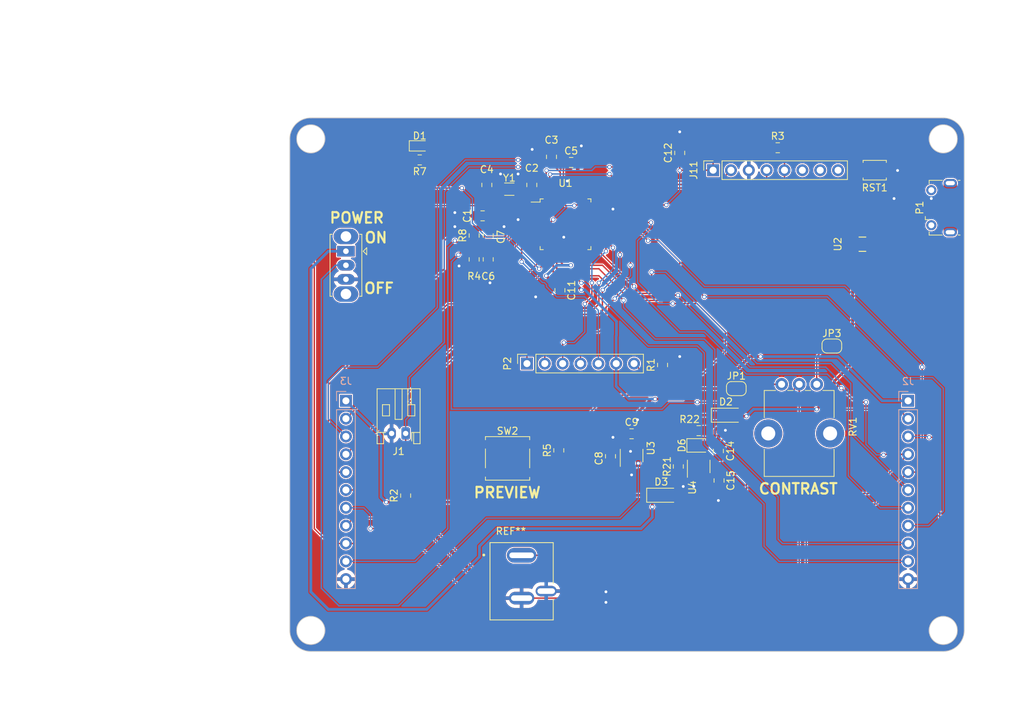
<source format=kicad_pcb>
(kicad_pcb (version 20240108) (generator "pcbnew") (generator_version "8.0")
  (title_block (title "Sensory Adaptation Robot") (date "2016-03-10") (rev "0.1a") (company "Idle Hands Dev.") (comment 1 "Sean Hodgins"))
  (layers (0 "F.Cu" signal) (31 "B.Cu" signal) (34 "B.Paste" user) (35 "F.Paste" user) (36 "B.SilkS" user "B.Silkscreen") (37 "F.SilkS" user "F.Silkscreen") (38 "B.Mask" user) (39 "F.Mask" user) (44 "Edge.Cuts" user))
  (net 0 "")
  (net 1 "GND")
  (net 2 "Net-(U1-XIN32{slash}PA00)")
  (net 3 "Net-(U1-XOUT32{slash}PA01)")
  (net 4 "VCOM")
  (net 5 "Net-(U1-VDDCORE)")
  (net 6 "Net-(D1-A)")
  (net 7 "+3V3")
  (net 8 "Net-(D6-K)")
  (net 9 "USB_D-")
  (net 10 "USB_ID")
  (net 11 "USB_D+")
  (net 12 "SWDIO")
  (net 13 "SWCLK")
  (net 14 "RESET")
  (net 15 "LED1")
  (net 16 "Net-(P1-VBUS)")
  (net 17 "USB_HOST_EN")
  (net 19 "TXD")
  (net 20 "RXD")
  (net 21 "VBATT")
  (net 22 "Net-(JP1-B)")
  (net 23 "A0ROW")
  (net 24 "A1ROW")
  (net 25 "A2ROW")
  (net 26 "A3ROW")
  (net 27 "A4ROW")
  (net 28 "CS")
  (net 29 "WR")
  (net 30 "EN")
  (net 31 "OUTROW")
  (net 32 "OUTCOL")
  (net 33 "A4COL")
  (net 34 "A3COL")
  (net 35 "A2COL")
  (net 36 "A1COL")
  (net 37 "A0COL")
  (net 38 "st")
  (net 39 "Net-(JP3-A)")
  (net 40 "Net-(P2-Pin_7)")
  (net 41 "DATA")
  (net 42 "DC")
  (net 43 "RES")
  (net 44 "CLK")
  (net 45 "Net-(U4-PROG)")
  (net 51 "CS_oled")
  (net 52 "ON")
  (net 53 "PEN")
  (net 54 "BUTTON1")
  (net 55 "BUTTON2")
  (footprint "Capacitor_SMD:C_0805_2012Metric" (layer "F.Cu") (at 103 165.375 90)
    (property "Reference" "C8")
    (property "Value" "1uF")
  )
  (footprint "Capacitor_SMD:C_0805_2012Metric" (layer "F.Cu") (at 106 162.175)
    (property "Reference" "C9")
    (property "Value" "2.2uF")
  )
  (footprint "Capacitor_SMD:C_0805_2012Metric" (layer "F.Cu") (at 118.35 164.625 90)
    (property "Reference" "C14")
    (property "Value" "4.7uF")
  )
  (footprint "Capacitor_SMD:C_0805_2012Metric" (layer "F.Cu") (at 118.45 168.825 -90)
    (property "Reference" "C15")
    (property "Value" "4.7uF")
  )
  (footprint "LED_SMD:LED_0805_2012Metric" (layer "F.Cu") (at 115.55 163.825)
    (property "Reference" "D6")
    (property "Value" "CHRG")
  )
  (footprint "Resistor_SMD:R_0805_2012Metric" (layer "F.Cu") (at 112.65 166.825 90)
    (property "Reference" "R21")
    (property "Value" "6.8k")
  )
  (footprint "Resistor_SMD:R_0805_2012Metric" (layer "F.Cu") (at 115.55 161.725 180)
    (property "Reference" "R22")
    (property "Value" "1K")
  )
  (footprint "Package_TO_SOT_SMD:SOT-23-5" (layer "F.Cu") (at 106 165.275 90)
    (property "Reference" "U3")
    (property "Value" "SPX3819-3.3V")
  )
  (footprint "Package_TO_SOT_SMD:SOT-23-5" (layer "F.Cu") (at 115.55 166.825 90)
    (property "Reference" "U4")
    (property "Value" "MCP73812T")
  )
  (footprint "LED_SMD:LED_0603_1608Metric" (layer "F.Cu") (at 75.85 121.175)
    (property "Reference" "D1")
    (property "Value" "LED_Small")
  )
  (footprint "Connector_JST:JST_PH_S2B-PH-K_1x02_P2.00mm_Horizontal" (layer "F.Cu") (at 73.85 162.125 180)
    (property "Reference" "J1")
    (property "Value" "Conn_01x02")
  )
  (footprint "Resistor_SMD:R_0805_2012Metric" (layer "F.Cu") (at 73.85 170.975 90)
    (property "Reference" "R2")
    (property "Value" "4.7K")
  )
  (footprint "Resistor_SMD:R_0805_2012Metric" (layer "F.Cu") (at 83.6 137.3375 -90)
    (property "Reference" "R4")
    (property "Value" "4.7K")
  )
  (footprint "Resistor_SMD:R_0805_2012Metric" (layer "F.Cu") (at 83.6 133.9375 90)
    (property "Reference" "R8")
    (property "Value" "4.7K")
  )
  (footprint "Package_QFP:LQFP-48_7x7mm_P0.5mm" (layer "F.Cu") (at 96.6 132.3375)
    (property "Reference" "U1")
    (property "Value" "SAMD21G18A_ArduinoSimple")
  )
  (footprint "Capacitor_SMD:C_0805_2012Metric" (layer "F.Cu") (at 84.8 131.1375 180)
    (property "Reference" "C1")
    (property "Value" "0.1uF")
  )
  (footprint "Capacitor_SMD:C_0805_2012Metric" (layer "F.Cu") (at 91.8 126.7375 90)
    (property "Reference" "C2")
    (property "Value" "22pF")
  )
  (footprint "Capacitor_SMD:C_0805_2012Metric" (layer "F.Cu") (at 94.6 122.7375 90)
    (property "Reference" "C3")
    (property "Value" "0.1uF")
  )
  (footprint "Capacitor_SMD:C_0805_2012Metric" (layer "F.Cu") (at 85.4 126.7375 90)
    (property "Reference" "C4")
    (property "Value" "22pF")
  )
  (footprint "Capacitor_SMD:C_0805_2012Metric" (layer "F.Cu") (at 97.4 123.5375)
    (property "Reference" "C5")
    (property "Value" "0.1uF")
  )
  (footprint "Capacitor_SMD:C_0805_2012Metric" (layer "F.Cu") (at 95.8 141.7375 -90)
    (property "Reference" "C11")
    (property "Value" "0.1uF")
  )
  (footprint "Capacitor_SMD:C_0805_2012Metric" (layer "F.Cu") (at 112.85 122.175 90)
    (property "Reference" "C12")
    (property "Value" "0.1uF")
  )
  (footprint "Diode_SMD:D_SOD-123F" (layer "F.Cu") (at 119.55 159.525)
    (property "Reference" "D2")
    (property "Value" "MBR230L")
  )
  (footprint "Connector_USB:USB_Micro-B_Molex-105017-0001" (layer "F.Cu") (at 150.1125 129.975 90)
    (property "Reference" "P1")
    (property "Value" "USB_OTG")
  )
  (footprint "Resistor_SMD:R_0805_2012Metric" (layer "F.Cu") (at 126.8 121.4375)
    (property "Reference" "R3")
    (property "Value" "10k")
  )
  (footprint "Resistor_SMD:R_0805_2012Metric" (layer "F.Cu") (at 75.85 123.175 180)
    (property "Reference" "R7")
    (property "Value" "1k")
  )
  (footprint "Button_Switch_SMD:SW_SPST_B3U-1000P" (layer "F.Cu") (at 140.6 124.6375 180)
    (property "Reference" "RST1")
    (property "Value" "SW_PUSH")
  )
  (footprint "Crystal:Crystal_SMD_3215-2Pin_3.2x1.5mm" (layer "F.Cu") (at 88.6 127.3375 180)
    (property "Reference" "Y1")
    (property "Value" "Crystal_Small")
  )
  (footprint "Connector_PinSocket_2.54mm:PinSocket_1x08_P2.54mm_Vertical" (layer "F.Cu") (at 117.6 124.6375 90)
    (property "Reference" "J11")
    (property "Value" "Conn_01x08")
  )
  (footprint "Capacitor_SMD:C_0805_2012Metric" (layer "F.Cu") (at 85.6 137.3375 -90)
    (property "Reference" "C6")
    (property "Value" "1uF")
  )
  (footprint "Capacitor_SMD:C_0805_2012Metric" (layer "F.Cu") (at 85.6 133.9375 90)
    (property "Reference" "C7")
    (property "Value" "1uF")
  )
  (footprint "Connector_PinSocket_2.54mm:PinSocket_1x07_P2.54mm_Vertical" (layer "F.Cu") (at 91.11 152.175 90)
    (property "Reference" "P2")
    (property "Value" "CONN_01X07")
  )
  (footprint "Jumper:SolderJumper-2_P1.3mm_Open_RoundedPad1.0x1.5mm" (layer "F.Cu") (at 120.9036 155.739)
    (property "Reference" "JP1")
    (property "Value" "jmp2")
  )
  (footprint "Jumper:SolderJumper-2_P1.3mm_Open_RoundedPad1.0x1.5mm" (layer "F.Cu") (at 134.5 149.675)
    (property "Reference" "JP3")
    (property "Value" "jmp3")
  )
  (footprint "Resistor_SMD:R_0805_2012Metric" (layer "F.Cu") (at 110.41 152.375 90)
    (property "Reference" "R1")
    (property "Value" "100k")
  )
  (footprint "Diode_SMD:D_SOD-123F" (layer "F.Cu") (at 110.35 170.925)
    (property "Reference" "D3")
    (property "Value" "MBR230L")
  )
  (footprint "Potentiometer_THT:Potentiometer_Bourns_PTV09A-1_Single_Vertical" (layer "F.Cu") (at 127.35 155.125 -90)
    (property "Reference" "RV1")
    (property "Value" "R_POT")
  )
  (footprint "Button_Switch_THT:SW_Slide_1P2T_CK_OS102011MS2Q" (layer "F.Cu") (at 65.35 136.175 -90)
    (property "Reference" "SW1" (hide yes))
    (property "Value" "SW_Push_SPDT")
  )
  (footprint "Resistor_SMD:R_0805_2012Metric" (layer "F.Cu") (at 95.6398 164.532 90)
    (property "Reference" "R5")
    (property "Value" "10K")
  )
  (footprint "Button_Switch_SMD:SW_SPST_EVPBF" (layer "F.Cu") (at 88.35 165.675)
    (property "Reference" "SW2")
    (property "Value" "SW_Push")
  )
  (footprint "C1F8 footprints:C1_BEL" (layer "F.Cu") (at 138.85 135.175 180)
    (property "Reference" "U2")
    (property "Value" "C1F 8")
  )
  (footprint "Battery footprints:CUI_PJ-055D" (layer "F.Cu") (at 90.35 182.175)
    (property "Reference" "REF**")
    (property "Value" "CUI_PJ-055D")
  )
  (footprint "Connector_PinSocket_2.54mm:PinSocket_1x11_P2.54mm_Vertical" (layer "B.Cu") (at 145.35 157.475 180)
    (property "Reference" "J2")
    (property "Value" "ROW")
  )
  (footprint "Connector_PinSocket_2.54mm:PinSocket_1x11_P2.54mm_Vertical" (layer "B.Cu") (at 65.35 157.475 180)
    (property "Reference" "J3")
    (property "Value" "COL")
  )
  (gr_line (start 60.35 193.175) (end 150.35 193.175) (stroke (width 0.1)) (layer "Edge.Cuts"))
  (gr_arc (start 150.35 117.175) (mid 152.47132 118.05368) (end 153.35 120.175) (stroke (width 0.1)) (layer "Edge.Cuts"))
  (gr_circle (center 60.35 190.175) (end 62.35 190.175) (stroke (width 0.1)) (fill none) (layer "Edge.Cuts"))
  (gr_line (start 57.35 190.175) (end 57.35 120.175) (stroke (width 0.1)) (layer "Edge.Cuts"))
  (gr_line (start 150.35 117.175) (end 60.35 117.175) (stroke (width 0.1)) (layer "Edge.Cuts"))
  (gr_line (start 153.35 190.175) (end 153.35 120.175) (stroke (width 0.1)) (layer "Edge.Cuts"))
  (gr_arc (start 153.35 190.175) (mid 152.47132 192.29632) (end 150.35 193.175) (stroke (width 0.1)) (layer "Edge.Cuts"))
  (gr_circle (center 150.35 120.175) (end 152.35 120.175) (stroke (width 0.1)) (fill none) (layer "Edge.Cuts"))
  (gr_arc (start 57.35 120.175) (mid 58.22868 118.05368) (end 60.35 117.175) (stroke (width 0.1)) (layer "Edge.Cuts"))
  (gr_circle (center 150.35 190.175) (end 152.35 190.175) (stroke (width 0.1)) (fill none) (layer "Edge.Cuts"))
  (gr_arc (start 60.35 193.175) (mid 58.22868 192.29632) (end 57.35 190.175) (stroke (width 0.1)) (layer "Edge.Cuts"))
  (gr_circle (center 60.35 120.175) (end 62.35 120.175) (stroke (width 0.1)) (fill none) (layer "Edge.Cuts"))
  (gr_text "OFF\n" (at 70.049 141.4582 0) (layer "F.SilkS") (effects (font (size 1.5 1.5) (thickness 0.3))))
  (gr_text "PREVIEW" (at 88.2992 170.5518 0) (layer "F.SilkS") (effects (font (size 1.5 1.5) (thickness 0.3))))
  (gr_text "ON" (at 69.6172 134.2446 0) (layer "F.SilkS") (effects (font (size 1.5 1.5) (thickness 0.3))))
  (gr_text "POWER" (at 66.8994 131.4252 0) (layer "F.SilkS") (effects (font (size 1.5 1.5) (thickness 0.3))))
  (gr_text "CONTRAST" (at 129.7174 170.0138 0) (layer "F.SilkS") (effects (font (size 1.5 1.5) (thickness 0.3))))
  (segment (start 91.975 121.8) (end 91.85 121.675) (width 0.2) (layer "F.Cu") (net 1))
  (segment (start 113.35 169.675) (end 113.35 168.4625) (width 0.2) (layer "F.Cu") (net 1))
  (segment (start 118.35 163.6875) (end 119.35 162.6875) (width 0.2) (layer "F.Cu") (net 1))
  (segment (start 86.725 125.8) (end 87.35 125.175) (width 0.2) (layer "F.Cu") (net 1))
  (segment (start 98.3375 121.6875) (end 98.85 121.175) (width 0.2) (layer "F.Cu") (net 1))
  (segment (start 83.8625 131.1375) (end 81.3125 131.1375) (width 0.2) (layer "F.Cu") (net 1))
  (segment (start 85.6 133) (end 87.525 133) (width 0.2) (layer "F.Cu") (net 1))
  (segment (start 81.175 133) (end 80.85 132.675) (width 0.2) (layer "F.Cu") (net 1))
  (segment (start 105.85 164.675) (end 106 164.825) (width 0.2) (layer "F.Cu") (net 1))
  (segment (start 98.3375 123.5375) (end 98.3375 121.6875) (width 0.2) (layer "F.Cu") (net 1))
  (segment (start 101.75 185.575) (end 102.35 186.175) (width 0.2) (layer "F.Cu") (net 1))
  (segment (start 91.8 125.8) (end 90.475 125.8) (width 0.2) (layer "F.Cu") (net 1))
  (segment (start 85.4 125.8) (end 86.725 125.8) (width 0.2) (layer "F.Cu") (net 1))
  (segment (start 118.35 169.8625) (end 118.45 169.7625) (width 0.2) (layer "F.Cu") (net 1))
  (segment (start 92.4375 131.5875) (end 89.9375 131.5875) (width 0.2) (layer "F.Cu") (net 1))
  (segment (start 119.35 162.6875) (end 119.35 161.675) (width 0.2) (layer "F.Cu") (net 1))
  (segment (start 148.65 128.675) (end 143.35 128.675) (width 0.2) (layer "F.Cu") (net 1))
  (segment (start 81.45 138.275) (end 83.6 138.275) (width 0.2) (layer "F.Cu") (net 1))
  (segment (start 89.9375 131.5875) (end 89.85 131.675) (width 0.2) (layer "F.Cu") (net 1))
  (segment (start 85.6 140.425) (end 85.85 140.675) (width 0.2) (layer "F.Cu") (net 1))
  (segment (start 118.35 171.675) (end 118.35 169.8625) (width 0.2) (layer "F.Cu") (net 1))
  (segment (start 85.6 138.275) (end 85.6 140.425) (width 0.2) (layer "F.Cu") (net 1))
  (segment (start 106 168.025) (end 106 166.375) (width 0.2) (layer "F.Cu") (net 1))
  (segment (start 112.85 121.2375) (end 112.85 119.175) (width 0.2) (layer "F.Cu") (net 1))
  (segment (start 94.6 121.8) (end 91.975 121.8) (width 0.2) (layer "F.Cu") (net 1))
  (segment (start 102.25 184.575) (end 102.35 184.675) (width 0.2) (layer "F.Cu") (net 1))
  (segment (start 106 164.825) (end 106 166.375) (width 0.2) (layer "F.Cu") (net 1))
  (segment (start 115.55 168.975) (end 115.55 167.925) (width 0.2) (layer "F.Cu") (net 1))
  (segment (start 113.35 168.4625) (end 112.65 167.7625) (width 0.2) (layer "F.Cu") (net 1))
  (segment (start 87.525 133) (end 87.85 132.675) (width 0.2) (layer "F.Cu") (net 1))
  (segment (start 106.9375 160.2625) (end 106.85 160.175) (width 0.2) (layer "F.Cu") (net 1))
  (segment (start 96.85 128.175) (end 96.85 126.175) (width 0.2) (layer "F.Cu") (net 1))
  (segment (start 83.6 133) (end 81.175 133) (width 0.2) (layer "F.Cu") (net 1))
  (segment (start 103 163.025) (end 103 164.4375) (width 0.2) (layer "F.Cu") (net 1))
  (segment (start 81.3125 131.1375) (end 80.85 130.675) (width 0.2) (layer "F.Cu") (net 1))
  (segment (start 103.2625 130.0875) (end 103.35 130.175) (width 0.2) (layer "F.Cu") (net 1))
  (segment (start 90.475 125.8) (end 89.85 125.175) (width 0.2) (layer "F.Cu") (net 1))
  (segment (start 90.4775 185.575) (end 101.75 185.575) (width 0.2) (layer "F.Cu") (net 1))
  (segment (start 100.7625 130.0875) (end 103.2625 130.0875) (width 0.2) (layer "F.Cu") (net 1))
  (segment (start 96.35 136.5) (end 96.35 134.175) (width 0.2) (layer "F.Cu") (net 1))
  (segment (start 95.8 142.675) (end 92.35 142.675) (width 0.2) (layer "F.Cu") (net 1))
  (segment (start 106.9375 162.175) (end 106.9375 160.2625) (width 0.2) (layer "F.Cu") (net 1))
  (segment (start 93.9775 184.575) (end 102.25 184.575) (width 0.2) (layer "F.Cu") (net 1))
  (segment (start 114.85 169.675) (end 115.55 168.975) (width 0.2) (layer "F.Cu") (net 1))
  (segment (start 103.35 162.675) (end 103 163.025) (width 0.2) (layer "F.Cu") (net 1))
  (via (at 148.65 128.675) (size 0.6) (drill 0.4) (layers "F.Cu" "B.Cu") (net 1))
  (via (at 143.35 128.675) (size 0.6) (drill 0.4) (layers "F.Cu" "B.Cu") (net 1))
  (via (at 80.85 132.675) (size 0.6) (drill 0.4) (layers "F.Cu" "B.Cu") (net 1))
  (via (at 96.85 126.175) (size 0.6) (drill 0.4) (layers "F.Cu" "B.Cu") (net 1))
  (via (at 106.85 160.175) (size 0.6) (drill 0.4) (layers "F.Cu" "B.Cu") (net 1))
  (via (at 113.35 169.675) (size 0.6) (drill 0.4) (layers "F.Cu" "B.Cu") (net 1))
  (via (at 143.85 124.675) (size 0.6) (drill 0.4) (layers "F.Cu" "B.Cu") (net 1))
  (via (at 81.45 138.275) (size 0.6) (drill 0.4) (layers "F.Cu" "B.Cu") (net 1))
  (via (at 92.35 142.675) (size 0.6) (drill 0.4) (layers "F.Cu" "B.Cu") (net 1))
  (via (at 85.85 140.675) (size 0.6) (drill 0.4) (layers "F.Cu" "B.Cu") (net 1))
  (via (at 118.35 171.675) (size 0.6) (drill 0.4) (layers "F.Cu" "B.Cu") (net 1))
  (via (at 119.35 161.675) (size 0.6) (drill 0.4) (layers "F.Cu" "B.Cu") (net 1))
  (via (at 112.85 151.175) (size 0.6) (drill 0.4) (layers "F.Cu" "B.Cu") (net 1))
  (via (at 106 168.025) (size 0.6) (drill 0.4) (layers "F.Cu" "B.Cu") (net 1))
  (via (at 103.35 130.175) (size 0.6) (drill 0.4) (layers "F.Cu" "B.Cu") (net 1))
  (via (at 87.85 132.675) (size 0.6) (drill 0.4) (layers "F.Cu" "B.Cu") (net 1))
  (via (at 112.85 119.175) (size 0.6) (drill 0.4) (layers "F.Cu" "B.Cu") (net 1))
  (via (at 105.85 164.675) (size 0.6) (drill 0.4) (layers "F.Cu" "B.Cu") (net 1))
  (via (at 80.85 130.675) (size 0.6) (drill 0.4) (layers "F.Cu" "B.Cu") (net 1))
  (via (at 102.35 184.675) (size 0.6) (drill 0.4) (layers "F.Cu" "B.Cu") (net 1))
  (via (at 91.85 121.675) (size 0.6) (drill 0.4) (layers "F.Cu" "B.Cu") (net 1))
  (via (at 102.35 186.175) (size 0.6) (drill 0.4) (layers "F.Cu" "B.Cu") (net 1))
  (via (at 89.85 131.675) (size 0.6) (drill 0.4) (layers "F.Cu" "B.Cu") (net 1))
  (via (at 114.85 169.675) (size 0.6) (drill 0.4) (layers "F.Cu" "B.Cu") (net 1))
  (via (at 98.85 121.175) (size 0.6) (drill 0.4) (layers "F.Cu" "B.Cu") (net 1))
  (via (at 96.35 134.175) (size 0.6) (drill 0.4) (layers "F.Cu" "B.Cu") (net 1))
  (via (at 103.35 162.675) (size 0.6) (drill 0.4) (layers "F.Cu" "B.Cu") (net 1))
  (via (at 89.85 125.175) (size 0.6) (drill 0.4) (layers "F.Cu" "B.Cu") (net 1))
  (via (at 87.35 125.175) (size 0.6) (drill 0.4) (layers "F.Cu" "B.Cu") (net 1))
  (segment (start 92.4375 129.5875) (end 91.8 128.95) (width 0.2) (layer "F.Cu") (net 2))
  (segment (start 91.8 128.95) (end 91.8 127.675) (width 0.2) (layer "F.Cu") (net 2))
  (segment (start 91.0125 127.3375) (end 89.85 127.3375) (width 0.2) (layer "F.Cu") (net 2))
  (segment (start 91.35 127.675) (end 91.0125 127.3375) (width 0.2) (layer "F.Cu") (net 2))
  (segment (start 91.8 127.675) (end 91.35 127.675) (width 0.2) (layer "F.Cu") (net 2))
  (segment (start 86.85 127.675) (end 85.4 127.675) (width 0.2) (layer "F.Cu") (net 3))
  (segment (start 87.35 127.3375) (end 87.1875 127.3375) (width 0.2) (layer "F.Cu") (net 3))
  (segment (start 87.35 128.675) (end 87.35 127.3375) (width 0.2) (layer "F.Cu") (net 3))
  (segment (start 87.1875 127.3375) (end 86.85 127.675) (width 0.2) (layer "F.Cu") (net 3))
  (segment (start 88.7625 130.0875) (end 87.35 128.675) (width 0.2) (layer "F.Cu") (net 3))
  (segment (start 92.4375 130.0875) (end 88.7625 130.0875) (width 0.2) (layer "F.Cu") (net 3))
  (segment (start 137.45 135.175) (end 137.45 152.075) (width 0.4) (layer "F.Cu") (net 4))
  (segment (start 118.1875 165.725) (end 118.35 165.5625) (width 0.2) (layer "F.Cu") (net 4))
  (segment (start 116.4875 163.825) (end 116.4875 165.7125) (width 0.4) (layer "F.Cu") (net 4))
  (segment (start 117.85 162.4625) (end 116.4875 163.825) (width 0.4) (layer "F.Cu") (net 4))
  (segment (start 116.5 165.725) (end 118.1875 165.725) (width 0.4) (layer "F.Cu") (net 4))
  (segment (start 137.45 152.075) (end 134.85 154.675) (width 0.4) (layer "F.Cu") (net 4))
  (segment (start 120 159.525) (end 117.85 161.675) (width 0.4) (layer "F.Cu") (net 4))
  (segment (start 122.35 159.675) (end 121.1 159.675) (width 0.4) (layer "F.Cu") (net 4))
  (segment (start 121.1 159.675) (end 120.95 159.525) (width 0.2) (layer "F.Cu") (net 4))
  (segment (start 120.95 159.525) (end 120 159.525) (width 0.4) (layer "F.Cu") (net 4))
  (segment (start 134.85 157.675) (end 133.35 157.675) (width 0.4) (layer "F.Cu") (net 4))
  (segment (start 117.85 161.675) (end 117.85 162.4625) (width 0.4) (layer "F.Cu") (net 4))
  (segment (start 134.85 154.675) (end 134.85 157.675) (width 0.4) (layer "F.Cu") (net 4))
  (segment (start 133.35 157.675) (end 132.35 158.675) (width 0.4) (layer "F.Cu") (net 4))
  (segment (start 116.4875 165.7125) (end 116.5 165.725) (width 0.2) (layer "F.Cu") (net 4))
  (via (at 122.35 159.675) (size 0.6) (drill 0.4) (layers "F.Cu" "B.Cu") (net 4))
  (via (at 132.35 158.675) (size 0.6) (drill 0.4) (layers "F.Cu" "B.Cu") (net 4))
  (segment (start 123.35 158.675) (end 122.35 159.675) (width 0.4) (layer "B.Cu") (net 4))
  (segment (start 132.35 158.675) (end 123.35 158.675) (width 0.4) (layer "B.Cu") (net 4))
  (segment (start 96.3 123.7) (end 96.4625 123.5375) (width 0.2) (layer "F.Cu") (net 5))
  (segment (start 96.3 127.625) (end 96.3 123.7) (width 0.2) (layer "F.Cu") (net 5))
  (segment (start 96.35 128.175) (end 96.35 127.675) (width 0.2) (layer "F.Cu") (net 5))
  (segment (start 96.35 127.675) (end 96.3 127.625) (width 0.2) (layer "F.Cu") (net 5))
  (segment (start 76.6375 123.025) (end 76.7875 123.175) (width 0.2) (layer "F.Cu") (net 6))
  (segment (start 76.6375 121.175) (end 76.6375 123.025) (width 0.2) (layer "F.Cu") (net 6))
  (segment (start 96.612501 129.675) (end 95.85 128.912499) (width 0.2) (layer "F.Cu") (net 7))
  (segment (start 94.6 123.675) (end 95.85 124.925) (width 0.2) (layer "F.Cu") (net 7))
  (segment (start 100.7625 129.5875) (end 97.9375 129.5875) (width 0.2) (layer "F.Cu") (net 7))
  (segment (start 101.85 161.675) (end 104.5625 161.675) (width 0.4) (layer "F.Cu") (net 7))
  (segment (start 105.05 162.1875) (end 105.0625 162.175) (width 0.2) (layer "F.Cu") (net 7))
  (segment (start 97.85 129.675) (end 96.612501 129.675) (width 0.2) (layer "F.Cu") (net 7))
  (segment (start 112.8875 124.6375) (end 112.85 124.675) (width 0.2) (layer "F.Cu") (net 7))
  (segment (start 124.35 151.175) (end 122.85 151.175) (width 0.4) (layer "F.Cu") (net 7))
  (segment (start 117.6 124.6375) (end 112.8875 124.6375) (width 0.2) (layer "F.Cu") (net 7))
  (segment (start 105.05 164.175) (end 105.05 162.1875) (width 0.2) (layer "F.Cu") (net 7))
  (segment (start 95.6398 169.3852) (end 95.6398 165.4695) (width 0.4) (layer "F.Cu") (net 7))
  (segment (start 110.9375 129.5875) (end 100.7625 129.5875) (width 0.2) (layer "F.Cu") (net 7))
  (segment (start 105.0625 160.9625) (end 105.0625 162.175) (width 0.4) (layer "F.Cu") (net 7))
  (segment (start 90.85 132.675) (end 91.4375 132.0875) (width 0.2) (layer "F.Cu") (net 7))
  (segment (start 112.85 124.675) (end 112.85 123.1125) (width 0.2) (layer "F.Cu") (net 7))
  (segment (start 93.1125 171.9125) (end 95.6398 169.3852) (width 0.4) (layer "F.Cu") (net 7))
  (segment (start 94.975 140.8) (end 95.8 140.8) (width 0.2) (layer "F.Cu") (net 7))
  (segment (start 114.786 155.739) (end 120.2536 155.739) (width 0.4) (layer "F.Cu") (net 7))
  (segment (start 89.35 132.675) (end 90.85 132.675) (width 0.2) (layer "F.Cu") (net 7))
  (segment (start 97.975 140.8) (end 98.85 141.675) (width 0.4) (layer "F.Cu") (net 7))
  (segment (start 71.0875 171.9125) (end 73.85 171.9125) (width 0.4) (layer "F.Cu") (net 7))
  (segment (start 97.9375 129.5875) (end 97.85 129.675) (width 0.2) (layer "F.Cu") (net 7))
  (segment (start 87.8125 131.1375) (end 89.35 132.675) (width 0.2) (layer "F.Cu") (net 7))
  (segment (start 95.85 124.925) (end 95.85 128.175) (width 0.2) (layer "F.Cu") (net 7))
  (segment (start 94.4375 132.0875) (end 92.4375 132.0875) (width 0.2) (layer "F.Cu") (net 7))
  (segment (start 97.35 138.175) (end 96.35 138.175) (width 0.2) (layer "F.Cu") (net 7))
  (segment (start 120.2536 153.7714) (end 120.2536 155.739) (width 0.4) (layer "F.Cu") (net 7))
  (segment (start 117.6 122.925) (end 117.6 124.6375) (width 0.2) (layer "F.Cu") (net 7))
  (segment (start 109.35 157.225) (end 113.3 157.225) (width 0.4) (layer "F.Cu") (net 7))
  (segment (start 113.3 157.225) (end 114.786 155.739) (width 0.4) (layer "F.Cu") (net 7))
  (segment (start 98.0555 165.4695) (end 101.85 161.675) (width 0.4) (layer "F.Cu") (net 7))
  (segment (start 108.8 157.225) (end 105.0625 160.9625) (width 0.4) (layer "F.Cu") (net 7))
  (segment (start 104.5625 161.675) (end 105.0625 162.175) (width 0.2) (layer "F.Cu") (net 7))
  (segment (start 95.85 128.912499) (end 95.85 128.175) (width 0.2) (layer "F.Cu") (net 7))
  (segment (start 73.85 171.9125) (end 93.1125 171.9125) (width 0.4) (layer "F.Cu") (net 7))
  (segment (start 95.6398 165.4695) (end 98.0555 165.4695) (width 0.4) (layer "F.Cu") (net 7))
  (segment (start 109.35 157.225) (end 108.8 157.225) (width 0.4) (layer "F.Cu") (net 7))
  (segment (start 85.7375 131.1375) (end 87.8125 131.1375) (width 0.2) (layer "F.Cu") (net 7))
  (segment (start 93.85 139.675) (end 94.975 140.8) (width 0.4) (layer "F.Cu") (net 7))
  (segment (start 96.35 138.175) (end 95.85 137.675) (width 0.2) (layer "F.Cu") (net 7))
  (segment (start 91.4375 132.0875) (end 92.4375 132.0875) (width 0.2) (layer "F.Cu") (net 7))
  (segment (start 94.85 131.675) (end 94.4375 132.0875) (width 0.2) (layer "F.Cu") (net 7))
  (segment (start 119.0875 121.4375) (end 117.6 122.925) (width 0.2) (layer "F.Cu") (net 7))
  (segment (start 122.85 151.175) (end 120.2536 153.7714) (width 0.4) (layer "F.Cu") (net 7))
  (segment (start 95.85 137.675) (end 95.85 136.5) (width 0.2) (layer "F.Cu") (net 7))
  (segment (start 95.8 140.8) (end 97.975 140.8) (width 0.4) (layer "F.Cu") (net 7))
  (segment (start 125.8625 121.4375) (end 119.0875 121.4375) (width 0.2) (layer "F.Cu") (net 7))
  (via (at 109.35 157.225) (size 0.6) (drill 0.4) (layers "F.Cu" "B.Cu") (net 7))
  (via (at 110.9375 129.5875) (size 0.6) (drill 0.4) (layers "F.Cu" "B.Cu") (net 7))
  (via (at 124.35 151.175) (size 0.6) (drill 0.4) (layers "F.Cu" "B.Cu") (net 7))
  (via (at 93.85 139.675) (size 0.6) (drill 0.4) (layers "F.Cu" "B.Cu") (net 7))
  (via (at 112.85 124.675) (size 0.6) (drill 0.4) (layers "F.Cu" "B.Cu") (net 7))
  (via (at 97.85 129.675) (size 0.6) (drill 0.4) (layers "F.Cu" "B.Cu") (net 7))
  (via (at 94.85 131.675) (size 0.6) (drill 0.4) (layers "F.Cu" "B.Cu") (net 7))
  (via (at 97.35 138.175) (size 0.6) (drill 0.4) (layers "F.Cu" "B.Cu") (net 7))
  (via (at 71.0875 171.9125) (size 0.6) (drill 0.4) (layers "F.Cu" "B.Cu") (net 7))
  (via (at 98.85 141.675) (size 0.6) (drill 0.4) (layers "F.Cu" "B.Cu") (net 7))
  (segment (start 105.63 157.225) (end 109.35 157.225) (width 0.4) (layer "B.Cu") (net 7))
  (segment (start 98.85 141.675) (end 99.35 141.675) (width 0.4) (layer "B.Cu") (net 7))
  (segment (start 71.0875 171.9125) (end 70.35 171.175) (width 0.4) (layer "B.Cu") (net 7))
  (segment (start 97.35 138.175) (end 95.35 138.175) (width 0.4) (layer "B.Cu") (net 7))
  (segment (start 110.9375 129.5875) (end 112.85 127.675) (width 0.2) (layer "B.Cu") (net 7))
  (segment (start 112.85 127.675) (end 112.85 124.675) (width 0.2) (layer "B.Cu") (net 7))
  (segment (start 96.85 129.675) (end 97.85 129.675) (width 0.2) (layer "B.Cu") (net 7))
  (segment (start 103.85 148.175) (end 103.81 148.215) (width 0.2) (layer "B.Cu") (net 7))
  (segment (start 124.35 151.175) (end 135.35 151.175) (width 0.4) (layer "B.Cu") (net 7))
  (segment (start 135.35 151.175) (end 141.65 157.475) (width 0.4) (layer "B.Cu") (net 7))
  (segment (start 95.35 138.175) (end 93.85 139.675) (width 0.4) (layer "B.Cu") (net 7))
  (segment (start 70.35 162.475) (end 65.35 157.475) (width 0.4) (layer "B.Cu") (net 7))
  (segment (start 103.81 148.215) (end 103.81 152.175) (width 0.4) (layer "B.Cu") (net 7))
  (segment (start 99.35 141.675) (end 103.85 146.175) (width 0.4) (layer "B.Cu") (net 7))
  (segment (start 141.65 157.475) (end 145.35 157.475) (width 0.4) (layer "B.Cu") (net 7))
  (segment (start 94.85 131.675) (end 96.85 129.675) (width 0.2) (layer "B.Cu") (net 7))
  (segment (start 103.85 146.175) (end 103.85 148.175) (width 0.4) (layer "B.Cu") (net 7))
  (segment (start 103.81 152.175) (end 103.81 155.405) (width 0.4) (layer "B.Cu") (net 7))
  (segment (start 70.35 171.175) (end 70.35 162.475) (width 0.4) (layer "B.Cu") (net 7))
  (segment (start 103.81 155.405) (end 105.63 157.225) (width 0.4) (layer "B.Cu") (net 7))
  (segment (start 114.6125 161.725) (end 114.6125 163.825) (width 0.2) (layer "F.Cu") (net 8))
  (segment (start 102.7625 131.0875) (end 102.85 131.175) (width 0.2) (layer "F.Cu") (net 9))
  (segment (start 140.35 131.175) (end 140.9 130.625) (width 0.2) (layer "F.Cu") (net 9))
  (segment (start 140.9 130.625) (end 148.65 130.625) (width 0.2) (layer "F.Cu") (net 9))
  (segment (start 102.85 131.175) (end 140.35 131.175) (width 0.2) (layer "F.Cu") (net 9))
  (segment (start 100.7625 131.0875) (end 102.7625 131.0875) (width 0.2) (layer "F.Cu") (net 9))
  (segment (start 138.8 130.725) (end 139.55 129.975) (width 0.2) (layer "F.Cu") (net 11))
  (segment (start 103.122182 130.725) (end 138.8 130.725) (width 0.2) (layer "F.Cu") (net 11))
  (segment (start 100.7625 130.5875) (end 102.984682 130.5875) (width 0.2) (layer "F.Cu") (net 11))
  (segment (start 139.55 129.975) (end 148.65 129.975) (width 0.2) (layer "F.Cu") (net 11))
  (segment (start 102.984682 130.5875) (end 103.122182 130.725) (width 0.2) (layer "F.Cu") (net 11))
  (segment (start 105.35 126.175) (end 118.6025 126.175) (width 0.2) (layer "F.Cu") (net 12))
  (segment (start 94.85 127.175) (end 94.85 128.175) (width 0.2) (layer "F.Cu") (net 12))
  (segment (start 103.35 124.175) (end 105.35 126.175) (width 0.2) (layer "F.Cu") (net 12))
  (segment (start 93.85 126.175) (end 94.85 127.175) (width 0.2) (layer "F.Cu") (net 12))
  (segment (start 93.9 124.675) (end 93.85 124.725) (width 0.2) (layer "F.Cu") (net 12))
  (segment (start 93.85 124.725) (end 93.85 126.175) (width 0.2) (layer "F.Cu") (net 12))
  (segment (start 118.6025 126.175) (end 120.14 124.6375) (width 0.2) (layer "F.Cu") (net 12))
  (segment (start 102.85 124.175) (end 103.35 124.175) (width 0.2) (layer "F.Cu") (net 12))
  (via (at 102.85 124.175) (size 0.6) (drill 0.4) (layers "F.Cu" "B.Cu") (net 12))
  (via (at 93.9 124.675) (size 0.6) (drill 0.4) (layers "F.Cu" "B.Cu") (net 12))
  (segment (start 100.35 124.675) (end 100.85 124.175) (width 0.2) (layer "B.Cu") (net 12))
  (segment (start 93.9 124.675) (end 100.35 124.675) (width 0.2) (layer "B.Cu") (net 12))
  (segment (start 100.85 124.175) (end 102.85 124.175) (width 0.2) (layer "B.Cu") (net 12))
  (segment (start 102.85 125.175) (end 104.35 126.675) (width 0.2) (layer "F.Cu") (net 13))
  (segment (start 94.401725 125.232472) (end 94.35 125.284197) (width 0.2) (layer "F.Cu") (net 13))
  (segment (start 94.35 125.284197) (end 94.35 126.177874) (width 0.2) (layer "F.Cu") (net 13))
  (segment (start 104.35 126.675) (end 124.35 126.675) (width 0.2) (layer "F.Cu") (net 13))
  (segment (start 125.22 125.805) (end 125.22 124.6375) (width 0.2) (layer "F.Cu") (net 13))
  (segment (start 124.35 126.675) (end 125.22 125.805) (width 0.2) (layer "F.Cu") (net 13))
  (segment (start 94.35 126.177874) (end 95.35 127.177874) (width 0.2) (layer "F.Cu") (net 13))
  (segment (start 95.35 127.177874) (end 95.35 128.175) (width 0.2) (layer "F.Cu") (net 13))
  (via (at 94.401725 125.232472) (size 0.6) (drill 0.4) (layers "F.Cu" "B.Cu") (net 13))
  (via (at 102.85 125.175) (size 0.6) (drill 0.4) (layers "F.Cu" "B.Cu") (net 13))
  (segment (start 94.401725 125.232472) (end 94.459197 125.175) (width 0.2) (layer "B.Cu") (net 13))
  (segment (start 94.459197 125.175) (end 102.85 125.175) (width 0.2) (layer "B.Cu") (net 13))
  (segment (start 136.1125 121.4375) (end 127.7375 121.4375) (width 0.2) (layer "F.Cu") (net 14))
  (segment (start 126.35 127.175) (end 103.35 127.175) (width 0.2) (layer "F.Cu") (net 14))
  (segment (start 127.76 124.6375) (end 127.76 121.46) (width 0.2) (layer "F.Cu") (net 14))
  (segment (start 138.9 124.225) (end 136.1125 121.4375) (width 0.2) (layer "F.Cu") (net 14))
  (segment (start 102.35 126.175) (end 97.85 126.175) (width 0.2) (layer "F.Cu") (net 14))
  (segment (start 127.76 124.6375) (end 127.76 125.765) (width 0.2) (layer "F.Cu") (net 14))
  (segment (start 138.9 124.6375) (end 138.9 124.225) (width 0.2) (layer "F.Cu") (net 14))
  (segment (start 127.76 125.765) (end 126.35 127.175) (width 0.2) (layer "F.Cu") (net 14))
  (segment (start 127.76 121.46) (end 127.7375 121.4375) (width 0.2) (layer "F.Cu") (net 14))
  (segment (start 103.35 127.175) (end 102.35 126.175) (width 0.2) (layer "F.Cu") (net 14))
  (segment (start 97.85 126.175) (end 97.85 128.175) (width 0.2) (layer "F.Cu") (net 14))
  (segment (start 93.85 136.5) (end 93.85 137.675) (width 0.2) (layer "F.Cu") (net 15))
  (segment (start 93.85 137.675) (end 92.85 138.675) (width 0.2) (layer "F.Cu") (net 15))
  (segment (start 74.9125 125.2375) (end 74.9125 123.175) (width 0.2) (layer "F.Cu") (net 15))
  (segment (start 76.85 127.175) (end 74.9125 125.2375) (width 0.2) (layer "F.Cu") (net 15))
  (segment (start 76.85 127.175) (end 81.85 127.175) (width 0.2) (layer "F.Cu") (net 15))
  (via (at 92.85 138.675) (size 0.6) (drill 0.4) (layers "F.Cu" "B.Cu") (net 15))
  (via (at 81.85 127.175) (size 0.6) (drill 0.4) (layers "F.Cu" "B.Cu") (net 15))
  (segment (start 88.35 134.175) (end 85.35 134.175) (width 0.2) (layer "B.Cu") (net 15))
  (segment (start 92.85 138.675) (end 88.35 134.175) (width 0.2) (layer "B.Cu") (net 15))
  (segment (start 83.35 128.675) (end 81.85 127.175) (width 0.2) (layer "B.Cu") (net 15))
  (segment (start 85.35 134.175) (end 83.35 132.175) (width 0.2) (layer "B.Cu") (net 15))
  (segment (start 83.35 132.175) (end 83.35 128.675) (width 0.2) (layer "B.Cu") (net 15))
  (segment (start 141.75 131.275) (end 140.25 132.775) (width 0.4) (layer "F.Cu") (net 16))
  (segment (start 140.25 132.775) (end 140.25 135.175) (width 0.4) (layer "F.Cu") (net 16))
  (segment (start 141.75 131.275) (end 148.65 131.275) (width 0.4) (layer "F.Cu") (net 16))
  (segment (start 121.0625 167.8875) (end 118.45 167.8875) (width 0.2) (layer "F.Cu") (net 21))
  (segment (start 116.5375 167.8875) (end 116.5 167.925) (width 0.2) (layer "F.Cu") (net 21))
  (segment (start 116.55 179.475) (end 122.35 173.675) (width 0.2) (layer "F.Cu") (net 21))
  (segment (start 116.5 167.925) (end 116.5 169.525) (width 0.2) (layer "F.Cu") (net 21))
  (segment (start 122.35 169.175) (end 121.0625 167.8875) (width 0.2) (layer "F.Cu") (net 21))
  (segment (start 118.45 167.8875) (end 116.5375 167.8875) (width 0.2) (layer "F.Cu") (net 21))
  (segment (start 122.35 173.675) (end 122.35 169.175) (width 0.2) (layer "F.Cu") (net 21))
  (segment (start 115.1 170.925) (end 111.75 170.925) (width 0.2) (layer "F.Cu") (net 21))
  (segment (start 116.5 169.525) (end 115.1 170.925) (width 0.2) (layer "F.Cu") (net 21))
  (segment (start 90.4775 179.475) (end 116.55 179.475) (width 0.2) (layer "F.Cu") (net 21))
  (segment (start 121.5536 155.739) (end 122.1676 155.125) (width 0.2) (layer "F.Cu") (net 22))
  (segment (start 122.1676 155.125) (end 127.35 155.125) (width 0.2) (layer "F.Cu") (net 22))
  (segment (start 98.85 140.675) (end 97.85 139.675) (width 0.2) (layer "F.Cu") (net 23))
  (segment (start 95.35 139.675) (end 94.85 139.175) (width 0.2) (layer "F.Cu") (net 23))
  (segment (start 94.85 139.175) (end 94.85 136.5) (width 0.2) (layer "F.Cu") (net 23))
  (segment (start 97.85 139.675) (end 95.35 139.675) (width 0.2) (layer "F.Cu") (net 23))
  (via (at 98.85 140.675) (size 0.6) (drill 0.4) (layers "F.Cu" "B.Cu") (net 23))
  (segment (start 124.85 178.175) (end 127.01 180.335) (width 0.2) (layer "B.Cu") (net 23))
  (segment (start 127.01 180.335) (end 145.35 180.335) (width 0.2) (layer "B.Cu") (net 23))
  (segment (start 124.85 172.175) (end 124.85 178.175) (width 0.2) (layer "B.Cu") (net 23))
  (segment (start 98.85 140.675) (end 99.35 140.675) (width 0.2) (layer "B.Cu") (net 23))
  (segment (start 99.35 140.675) (end 108.35 149.675) (width 0.2) (layer "B.Cu") (net 23))
  (segment (start 115.35 149.675) (end 116.35 150.675) (width 0.2) (layer "B.Cu") (net 23))
  (segment (start 116.35 150.675) (end 116.35 163.675) (width 0.2) (layer "B.Cu") (net 23))
  (segment (start 116.35 163.675) (end 124.85 172.175) (width 0.2) (layer "B.Cu") (net 23))
  (segment (start 108.35 149.675) (end 115.35 149.675) (width 0.2) (layer "B.Cu") (net 23))
  (segment (start 95.85 139.175) (end 95.35 138.675) (width 0.2) (layer "F.Cu") (net 24))
  (segment (start 98.85 139.175) (end 95.85 139.175) (width 0.2) (layer "F.Cu") (net 24))
  (segment (start 95.35 138.675) (end 95.35 136.5) (width 0.2) (layer "F.Cu") (net 24))
  (segment (start 104.85 143.175) (end 101.35 139.675) (width 0.2) (layer "F.Cu") (net 24))
  (segment (start 101.35 139.675) (end 99.35 139.675) (width 0.2) (layer "F.Cu") (net 24))
  (segment (start 99.35 139.675) (end 98.85 139.175) (width 0.2) (layer "F.Cu") (net 24))
  (via (at 104.85 143.175) (size 0.6) (drill 0.4) (layers "F.Cu" "B.Cu") (net 24))
  (segment (start 117.85 150.175) (end 117.85 162.175) (width 0.2) (layer "B.Cu") (net 24))
  (segment (start 116.35 148.675) (end 117.85 150.175) (width 0.2) (layer "B.Cu") (net 24))
  (segment (start 104.85 144.175) (end 109.35 148.675) (width 0.2) (layer "B.Cu") (net 24))
  (segment (start 104.85 143.175) (end 104.85 144.175) (width 0.2) (layer "B.Cu") (net 24))
  (segment (start 109.35 148.675) (end 116.35 148.675) (width 0.2) (layer "B.Cu") (net 24))
  (segment (start 127.47 177.795) (end 145.35 177.795) (width 0.2) (layer "B.Cu") (net 24))
  (segment (start 117.85 162.175) (end 126.85 171.175) (width 0.2) (layer "B.Cu") (net 24))
  (segment (start 126.85 171.175) (end 126.85 177.175) (width 0.2) (layer "B.Cu") (net 24))
  (segment (start 126.85 177.175) (end 127.47 177.795) (width 0.2) (layer "B.Cu") (net 24))
  (segment (start 107.7625 132.5875) (end 112.85 137.675) (width 0.2) (layer "F.Cu") (net 25))
  (segment (start 112.85 139.175) (end 116.35 142.675) (width 0.2) (layer "F.Cu") (net 25))
  (segment (start 100.7625 132.5875) (end 107.7625 132.5875) (width 0.2) (layer "F.Cu") (net 25))
  (segment (start 112.85 137.675) (end 112.85 139.175) (width 0.2) (layer "F.Cu") (net 25))
  (via (at 116.35 142.675) (size 0.6) (drill 0.4) (layers "F.Cu" "B.Cu") (net 25))
  (segment (start 150.35 173.175) (end 148.27 175.255) (width 0.2) (layer "B.Cu") (net 25))
  (segment (start 148.85 154.175) (end 150.35 155.675) (width 0.2) (layer "B.Cu") (net 25))
  (segment (start 145.35 154.175) (end 148.85 154.175) (width 0.2) (layer "B.Cu") (net 25))
  (segment (start 116.35 142.675) (end 133.85 142.675) (width 0.2) (layer "B.Cu") (net 25))
  (segment (start 133.85 142.675) (end 145.35 154.175) (width 0.2) (layer "B.Cu") (net 25))
  (segment (start 150.35 155.675) (end 150.35 173.175) (width 0.2) (layer "B.Cu") (net 25))
  (segment (start 148.27 175.255) (end 145.35 175.255) (width 0.2) (layer "B.Cu") (net 25))
  (segment (start 98.35 137.699198) (end 98.35 136.5) (width 0.2) (layer "F.Cu") (net 26))
  (segment (start 112.6 142.425) (end 111.1 142.425) (width 0.2) (layer "F.Cu") (net 26))
  (segment (start 99.325802 138.675) (end 98.35 137.699198) (width 0.2) (layer "F.Cu") (net 26))
  (segment (start 111.1 142.425) (end 110.35 143.175) (width 0.2) (layer "F.Cu") (net 26))
  (segment (start 105.85 143.175) (end 101.35 138.675) (width 0.2) (layer "F.Cu") (net 26))
  (segment (start 101.35 138.675) (end 99.325802 138.675) (width 0.2) (layer "F.Cu") (net 26))
  (segment (start 110.35 143.175) (end 105.85 143.175) (width 0.2) (layer "F.Cu") (net 26))
  (via (at 112.6 142.425) (size 0.6) (drill 0.4) (layers "F.Cu" "B.Cu") (net 26))
  (segment (start 112.6 142.425) (end 122.85 152.675) (width 0.2) (layer "B.Cu") (net 26))
  (segment (start 122.85 152.675) (end 133.627818 152.675) (width 0.2) (layer "B.Cu") (net 26))
  (segment (start 141.39 172.715) (end 145.35 172.715) (width 0.2) (layer "B.Cu") (net 26))
  (segment (start 136.85 155.897182) (end 136.85 168.175) (width 0.2) (layer "B.Cu") (net 26))
  (segment (start 136.85 168.175) (end 141.39 172.715) (width 0.2) (layer "B.Cu") (net 26))
  (segment (start 133.627818 152.675) (end 136.85 155.897182) (width 0.2) (layer "B.Cu") (net 26))
  (segment (start 98.85 137.675) (end 98.85 136.5) (width 0.2) (layer "F.Cu") (net 27))
  (segment (start 99.35 138.175) (end 98.85 137.675) (width 0.2) (layer "F.Cu") (net 27))
  (segment (start 101.85 138.175) (end 99.35 138.175) (width 0.2) (layer "F.Cu") (net 27))
  (segment (start 108.85 139.175) (end 108.85 142.175) (width 0.2) (layer "F.Cu") (net 27))
  (segment (start 108.85 142.175) (end 105.85 142.175) (width 0.2) (layer "F.Cu") (net 27))
  (segment (start 105.85 142.175) (end 101.85 138.175) (width 0.2) (layer "F.Cu") (net 27))
  (via (at 108.85 139.175) (size 0.6) (drill 0.4) (layers "F.Cu" "B.Cu") (net 27))
  (segment (start 108.85 139.175) (end 110.85 139.175) (width 0.2) (layer "B.Cu") (net 27))
  (segment (start 123.85 152.175) (end 134.35 152.175) (width 0.2) (layer "B.Cu") (net 27))
  (segment (start 110.85 139.175) (end 123.85 152.175) (width 0.2) (layer "B.Cu") (net 27))
  (segment (start 137.2 162.025) (end 145.35 170.175) (width 0.2) (layer "B.Cu") (net 27))
  (segment (start 137.2 155.025) (end 137.2 162.025) (width 0.2) (layer "B.Cu") (net 27))
  (segment (start 134.35 152.175) (end 137.2 155.025) (width 0.2) (layer "B.Cu") (net 27))
  (segment (start 140.81 172.175) (end 145.35 167.635) (width 0.2) (layer "F.Cu") (net 28))
  (segment (start 68.85 175.675) (end 76.35 175.675) (width 0.2) (layer "F.Cu") (net 28))
  (segment (start 134.35 172.175) (end 140.81 172.175) (width 0.2) (layer "F.Cu") (net 28))
  (segment (start 146.89 167.635) (end 147.35 167.175) (width 0.2) (layer "F.Cu") (net 28))
  (segment (start 100.7625 133.0875) (end 106.7625 133.0875) (width 0.2) (layer "F.Cu") (net 28))
  (segment (start 83.85 183.175) (end 129.35 183.175) (width 0.2) (layer "F.Cu") (net 28))
  (segment (start 76.35 175.675) (end 83.85 183.175) (width 0.2) (layer "F.Cu") (net 28))
  (segment (start 130.85 175.675) (end 134.35 172.175) (width 0.2) (layer "F.Cu") (net 28))
  (segment (start 106.7625 133.0875) (end 108.35 134.675) (width 0.2) (layer "F.Cu") (net 28))
  (segment (start 147.35 167.175) (end 147.35 152.675) (width 0.2) (layer "F.Cu") (net 28))
  (segment (start 145.35 167.635) (end 146.89 167.635) (width 0.2) (layer "F.Cu") (net 28))
  (segment (start 130.85 181.675) (end 130.85 175.675) (width 0.2) (layer "F.Cu") (net 28))
  (segment (start 129.35 183.175) (end 130.85 181.675) (width 0.2) (layer "F.Cu") (net 28))
  (via (at 147.35 152.675) (size 0.6) (drill 0.4) (layers "F.Cu" "B.Cu") (net 28))
  (via (at 108.35 134.675) (size 0.6) (drill 0.4) (layers "F.Cu" "B.Cu") (net 28))
  (via (at 68.85 175.675) (size 0.6) (drill 0.4) (layers "F.Cu" "B.Cu") (net 28))
  (segment (start 67.89 172.715) (end 65.35 172.715) (width 0.2) (layer "B.Cu") (net 28))
  (segment (start 68.85 173.675) (end 67.89 172.715) (width 0.2) (layer "B.Cu") (net 28))
  (segment (start 136.35 141.175) (end 147.35 152.175) (width 0.2) (layer "B.Cu") (net 28))
  (segment (start 109.85 134.675) (end 116.35 141.175) (width 0.2) (layer "B.Cu") (net 28))
  (segment (start 116.35 141.175) (end 136.35 141.175) (width 0.2) (layer "B.Cu") (net 28))
  (segment (start 147.35 152.175) (end 147.35 152.675) (width 0.2) (layer "B.Cu") (net 28))
  (segment (start 108.35 134.675) (end 109.85 134.675) (width 0.2) (layer "B.Cu") (net 28))
  (segment (start 68.85 175.675) (end 68.85 173.675) (width 0.2) (layer "B.Cu") (net 28))
  (segment (start 137.85 157.675) (end 139.35 157.675) (width 0.2) (layer "F.Cu") (net 29))
  (segment (start 145.35 165.095) (end 139.85 170.595) (width 0.2) (layer "F.Cu") (net 29))
  (segment (start 135.85 155.675) (end 137.85 157.675) (width 0.2) (layer "F.Cu") (net 29))
  (segment (start 139.85 170.675) (end 133.85 170.675) (width 0.2) (layer "F.Cu") (net 29))
  (segment (start 129.85 180.675) (end 128.85 181.675) (width 0.2) (layer "F.Cu") (net 29))
  (segment (start 66.43 174.175) (end 65.35 175.255) (width 0.2) (layer "F.Cu") (net 29))
  (segment (start 133.85 170.675) (end 129.85 174.675) (width 0.2) (layer "F.Cu") (net 29))
  (segment (start 145.35 165.095) (end 141.93 165.095) (width 0.2) (layer "F.Cu") (net 29))
  (segment (start 83.85 181.675) (end 76.35 174.175) (width 0.2) (layer "F.Cu") (net 29))
  (segment (start 139.85 170.595) (end 139.85 170.675) (width 0.2) (layer "F.Cu") (net 29))
  (segment (start 128.85 181.675) (end 83.85 181.675) (width 0.2) (layer "F.Cu") (net 29))
  (segment (start 129.85 174.675) (end 129.85 180.675) (width 0.2) (layer "F.Cu") (net 29))
  (segment (start 76.35 174.175) (end 66.43 174.175) (width 0.2) (layer "F.Cu") (net 29))
  (segment (start 99.35 136.5) (end 101.675 136.5) (width 0.2) (layer "F.Cu") (net 29))
  (segment (start 101.675 136.5) (end 106.35 141.175) (width 0.2) (layer "F.Cu") (net 29))
  (segment (start 141.93 165.095) (end 141.85 165.175) (width 0.2) (layer "F.Cu") (net 29))
  (via (at 135.85 155.675) (size 0.6) (drill 0.4) (layers "F.Cu" "B.Cu") (net 29))
  (via (at 141.85 165.175) (size 0.6) (drill 0.4) (layers "F.Cu" "B.Cu") (net 29))
  (via (at 139.35 157.675) (size 0.6) (drill 0.4) (layers "F.Cu" "B.Cu") (net 29))
  (via (at 106.35 141.175) (size 0.6) (drill 0.4) (layers "F.Cu" "B.Cu") (net 29))
  (segment (start 133.85 153.675) (end 122.35 153.675) (width 0.2) (layer "B.Cu") (net 29))
  (segment (start 140.85 165.175) (end 141.85 165.175) (width 0.2) (layer "B.Cu") (net 29))
  (segment (start 135.85 155.675) (end 133.85 153.675) (width 0.2) (layer "B.Cu") (net 29))
  (segment (start 112.85 147.675) (end 106.35 141.175) (width 0.2) (layer "B.Cu") (net 29))
  (segment (start 139.35 163.675) (end 140.85 165.175) (width 0.2) (layer "B.Cu") (net 29))
  (segment (start 116.35 147.675) (end 112.85 147.675) (width 0.2) (layer "B.Cu") (net 29))
  (segment (start 122.35 153.675) (end 116.35 147.675) (width 0.2) (layer "B.Cu") (net 29))
  (segment (start 139.35 157.675) (end 139.35 163.675) (width 0.2) (layer "B.Cu") (net 29))
  (segment (start 147.35 187.675) (end 149.85 185.175) (width 0.2) (layer "F.Cu") (net 30))
  (segment (start 75.47 177.795) (end 85.35 187.675) (width 0.2) (layer "F.Cu") (net 30))
  (segment (start 60.85 175.675) (end 62.97 177.795) (width 0.2) (layer "F.Cu") (net 30))
  (segment (start 64.35 129.675) (end 60.85 133.175) (width 0.2) (layer "F.Cu") (net 30))
  (segment (start 88.2625 130.5875) (end 87.35 129.675) (width 0.2) (layer "F.Cu") (net 30))
  (segment (start 60.85 133.175) (end 60.85 175.675) (width 0.2) (layer "F.Cu") (net 30))
  (segment (start 85.35 187.675) (end 147.35 187.675) (width 0.2) (layer "F.Cu") (net 30))
  (segment (start 62.97 177.795) (end 65.35 177.795) (width 0.2) (layer "F.Cu") (net 30))
  (segment (start 87.35 129.675) (end 64.35 129.675) (width 0.2) (layer "F.Cu") (net 30))
  (segment (start 149.85 185.175) (end 149.85 163.675) (width 0.2) (layer "F.Cu") (net 30))
  (segment (start 65.35 177.795) (end 75.47 177.795) (width 0.2) (layer "F.Cu") (net 30))
  (segment (start 148.85 162.675) (end 148.35 162.675) (width 0.2) (layer "F.Cu") (net 30))
  (segment (start 149.85 163.675) (end 148.85 162.675) (width 0.2) (layer "F.Cu") (net 30))
  (segment (start 92.4375 130.5875) (end 88.2625 130.5875) (width 0.2) (layer "F.Cu") (net 30))
  (via (at 148.35 162.675) (size 0.6) (drill 0.4) (layers "F.Cu" "B.Cu") (net 30))
  (segment (start 148.23 162.555) (end 148.35 162.675) (width 0.2) (layer "B.Cu") (net 30))
  (segment (start 145.35 162.555) (end 148.23 162.555) (width 0.2) (layer "B.Cu") (net 30))
  (segment (start 92.4375 134.0875) (end 88.932474 134.0875) (width 0.2) (layer "F.Cu") (net 31))
  (segment (start 86.619974 136.4) (end 85.6 136.4) (width 0.2) (layer "F.Cu") (net 31))
  (segment (start 132.85 159.675) (end 133.85 158.675) (width 0.2) (layer "F.Cu") (net 31))
  (segment (start 115.35 157.675) (end 128.35 157.675) (width 0.2) (layer "F.Cu") (net 31))
  (segment (start 85.6 136.4) (end 83.6 136.4) (width 0.2) (layer "F.Cu") (net 31))
  (segment (start 133.85 158.675) (end 144.01 158.675) (width 0.2) (layer "F.Cu") (net 31))
  (segment (start 81.625 136.4) (end 81.35 136.675) (width 0.2) (layer "F.Cu") (net 31))
  (segment (start 83.6 136.4) (end 81.625 136.4) (width 0.2) (layer "F.Cu") (net 31))
  (segment (start 128.35 156.625) (end 129.85 155.125) (width 0.2) (layer "F.Cu") (net 31))
  (segment (start 128.35 157.675) (end 128.35 156.625) (width 0.2) (layer "F.Cu") (net 31))
  (segment (start 129.85 155.125) (end 129.85 159.675) (width 0.2) (layer "F.Cu") (net 31))
  (segment (start 129.85 159.675) (end 132.85 159.675) (width 0.2) (layer "F.Cu") (net 31))
  (segment (start 144.01 158.675) (end 145.35 160.015) (width 0.2) (layer "F.Cu") (net 31))
  (segment (start 88.932474 134.0875) (end 86.619974 136.4) (width 0.2) (layer "F.Cu") (net 31))
  (via (at 115.35 157.675) (size 0.6) (drill 0.4) (layers "F.Cu" "B.Cu") (net 31))
  (via (at 81.35 136.675) (size 0.6) (drill 0.4) (layers "F.Cu" "B.Cu") (net 31))
  (segment (start 111.35 157.675) (end 110.35 158.675) (width 0.2) (layer "B.Cu") (net 31))
  (segment (start 80.35 137.675) (end 81.35 136.675) (width 0.2) (layer "B.Cu") (net 31))
  (segment (start 115.35 157.675) (end 111.35 157.675) (width 0.2) (layer "B.Cu") (net 31))
  (segment (start 110.35 158.675) (end 80.35 158.675) (width 0.2) (layer "B.Cu") (net 31))
  (segment (start 80.35 158.675) (end 80.35 137.675) (width 0.2) (layer "B.Cu") (net 31))
  (segment (start 85.6 134.875) (end 83.6 134.875) (width 0.2) (layer "F.Cu") (net 32))
  (segment (start 88.9375 133.5875) (end 87.65 134.875) (width 0.2) (layer "F.Cu") (net 32))
  (segment (start 83.6 134.875) (end 81.05 134.875) (width 0.2) (layer "F.Cu") (net 32))
  (segment (start 81.05 134.875) (end 80.85 134.675) (width 0.2) (layer "F.Cu") (net 32))
  (segment (start 87.65 134.875) (end 85.6 134.875) (width 0.2) (layer "F.Cu") (net 32))
  (segment (start 92.4375 133.5875) (end 88.9375 133.5875) (width 0.2) (layer "F.Cu") (net 32))
  (via (at 80.85 134.675) (size 0.6) (drill 0.4) (layers "F.Cu" "B.Cu") (net 32))
  (segment (start 75.19 180.335) (end 65.35 180.335) (width 0.2) (layer "B.Cu") (net 32))
  (segment (start 80.85 134.675) (end 79.85 135.675) (width 0.2) (layer "B.Cu") (net 32))
  (segment (start 79.85 135.675) (end 79.85 175.675) (width 0.2) (layer "B.Cu") (net 32))
  (segment (start 79.85 175.675) (end 75.19 180.335) (width 0.2) (layer "B.Cu") (net 32))
  (segment (start 89.85 141.737499) (end 89.85 148.675) (width 0.2) (layer "F.Cu") (net 33))
  (segment (start 68.35 169.675) (end 67.85 170.175) (width 0.2) (layer "F.Cu") (net 33))
  (segment (start 67.85 170.175) (end 65.35 170.175) (width 0.2) (layer "F.Cu") (net 33))
  (segment (start 92.35 140.175) (end 91.412499 140.175) (width 0.2) (layer "F.Cu") (net 33))
  (segment (start 83.35 148.675) (end 68.35 163.675) (width 0.2) (layer "F.Cu") (net 33))
  (segment (start 94.35 136.5) (end 94.35 138.175) (width 0.2) (layer "F.Cu") (net 33))
  (segment (start 91.412499 140.175) (end 89.85 141.737499) (width 0.2) (layer "F.Cu") (net 33))
  (segment (start 89.85 148.675) (end 83.35 148.675) (width 0.2) (layer "F.Cu") (net 33))
  (segment (start 94.35 138.175) (end 92.35 140.175) (width 0.2) (layer "F.Cu") (net 33))
  (segment (start 68.35 163.675) (end 68.35 169.675) (width 0.2) (layer "F.Cu") (net 33))
  (segment (start 63.81 167.635) (end 65.35 167.635) (width 0.2) (layer "F.Cu") (net 34))
  (segment (start 92.4375 133.0875) (end 88.9375 133.0875) (width 0.2) (layer "F.Cu") (net 34))
  (segment (start 87.9 134.125) (end 79.9 134.125) (width 0.2) (layer "F.Cu") (net 34))
  (segment (start 88.9375 133.0875) (end 87.9 134.125) (width 0.2) (layer "F.Cu") (net 34))
  (segment (start 62.85 166.675) (end 63.81 167.635) (width 0.2) (layer "F.Cu") (net 34))
  (segment (start 62.85 155.175) (end 62.85 166.675) (width 0.2) (layer "F.Cu") (net 34))
  (segment (start 79.9 134.125) (end 79.35 134.675) (width 0.2) (layer "F.Cu") (net 34))
  (segment (start 79.35 134.675) (end 79.35 138.675) (width 0.2) (layer "F.Cu") (net 34))
  (segment (start 79.35 138.675) (end 62.85 155.175) (width 0.2) (layer "F.Cu") (net 34))
  (segment (start 65.35 165.095) (end 82.77 147.675) (width 0.2) (layer "F.Cu") (net 35))
  (segment (start 92.85 136.300802) (end 94.85 134.300802) (width 0.2) (layer "F.Cu") (net 35))
  (segment (start 88.85 141.669974) (end 92.85 137.669974) (width 0.2) (layer "F.Cu") (net 35))
  (segment (start 82.77 147.675) (end 88.85 147.675) (width 0.2) (layer "F.Cu") (net 35))
  (segment (start 94.2625 132.5875) (end 92.4375 132.5875) (width 0.2) (layer "F.Cu") (net 35))
  (segment (start 94.85 134.300802) (end 94.85 133.175) (width 0.2) (layer "F.Cu") (net 35))
  (segment (start 92.85 137.669974) (end 92.85 136.300802) (width 0.2) (layer "F.Cu") (net 35))
  (segment (start 88.85 147.675) (end 88.85 141.669974) (width 0.2) (layer "F.Cu") (net 35))
  (segment (start 94.85 133.175) (end 94.2625 132.5875) (width 0.2) (layer "F.Cu") (net 35))
  (segment (start 94.35 128.175) (end 94.35 127.175) (width 0.2) (layer "F.Cu") (net 36))
  (segment (start 93.35 124.675) (end 91.85 123.175) (width 0.2) (layer "F.Cu") (net 36))
  (segment (start 93.35 126.175) (end 93.35 124.675) (width 0.2) (layer "F.Cu") (net 36))
  (segment (start 91.85 123.175) (end 89.85 123.175) (width 0.2) (layer "F.Cu") (net 36))
  (segment (start 94.35 127.175) (end 93.35 126.175) (width 0.2) (layer "F.Cu") (net 36))
  (via (at 89.85 123.175) (size 0.6) (drill 0.4) (layers "F.Cu" "B.Cu") (net 36))
  (segment (start 69.85 152.675) (end 78.35 144.175) (width 0.2) (layer "B.Cu") (net 36))
  (segment (start 62.85 154.675) (end 64.85 152.675) (width 0.2) (layer "B.Cu") (net 36))
  (segment (start 78.35 144.175) (end 78.35 127.175) (width 0.2) (layer "B.Cu") (net 36))
  (segment (start 62.85 160.055) (end 62.85 154.675) (width 0.2) (layer "B.Cu") (net 36))
  (segment (start 78.35 127.175) (end 82.35 123.175) (width 0.2) (layer "B.Cu") (net 36))
  (segment (start 65.35 162.555) (end 62.85 160.055) (width 0.2) (layer "B.Cu") (net 36))
  (segment (start 82.35 123.175) (end 89.85 123.175) (width 0.2) (layer "B.Cu") (net 36))
  (segment (start 64.85 152.675) (end 69.85 152.675) (width 0.2) (layer "B.Cu") (net 36))
  (segment (start 79.85 143.675) (end 86.35 143.675) (width 0.2) (layer "F.Cu") (net 37))
  (segment (start 90.4375 134.5875) (end 92.4375 134.5875) (width 0.2) (layer "F.Cu") (net 37))
  (segment (start 65.35 160.015) (end 70.85 154.515) (width 0.2) (layer "F.Cu") (net 37))
  (segment (start 89.35 135.675) (end 90.4375 134.5875) (width 0.2) (layer "F.Cu") (net 37))
  (segment (start 89.35 140.675) (end 89.35 135.675) (width 0.2) (layer "F.Cu") (net 37))
  (segment (start 86.35 143.675) (end 89.35 140.675) (width 0.2) (layer "F.Cu") (net 37))
  (segment (start 70.85 154.515) (end 70.85 152.675) (width 0.2) (layer "F.Cu") (net 37))
  (segment (start 70.85 152.675) (end 79.85 143.675) (width 0.2) (layer "F.Cu") (net 37))
  (segment (start 115.35 162.8625) (end 115.35 166.675) (width 0.2) (layer "F.Cu") (net 38))
  (segment (start 114.6 167.425) (end 114.6 167.925) (width 0.2) (layer "F.Cu") (net 38))
  (segment (start 115.35 166.675) (end 114.6 167.425) (width 0.2) (layer "F.Cu") (net 38))
  (segment (start 116.4875 161.725) (end 115.35 162.8625) (width 0.2) (layer "F.Cu") (net 38))
  (segment (start 132.35 155.125) (end 132.35 151.175) (width 0.2) (layer "F.Cu") (net 39))
  (segment (start 132.35 151.175) (end 133.85 149.675) (width 0.2) (layer "F.Cu") (net 39))
  (segment (start 110.41 153.3125) (end 107.4875 153.3125) (width 0.2) (layer "F.Cu") (net 40))
  (segment (start 107.4875 153.3125) (end 106.35 152.175) (width 0.2) (layer "F.Cu") (net 40))
  (segment (start 105.85 134.175) (end 105.2625 133.5875) (width 0.2) (layer "F.Cu") (net 41))
  (segment (start 101.35 147.675) (end 100.35 147.675) (width 0.2) (layer "F.Cu") (net 41))
  (segment (start 100.35 147.675) (end 98.73 149.295) (width 0.2) (layer "F.Cu") (net 41))
  (segment (start 102.35 144.175) (end 102.35 146.675) (width 0.2) (layer "F.Cu") (net 41))
  (segment (start 105.85 138.175) (end 105.85 134.175) (width 0.2) (layer "F.Cu") (net 41))
  (segment (start 105.2625 133.5875) (end 100.7625 133.5875) (width 0.2) (layer "F.Cu") (net 41))
  (segment (start 98.73 149.295) (end 98.73 152.175) (width 0.2) (layer "F.Cu") (net 41))
  (segment (start 102.35 146.675) (end 101.35 147.675) (width 0.2) (layer "F.Cu") (net 41))
  (segment (start 103.6 142.925) (end 102.35 144.175) (width 0.2) (layer "F.Cu") (net 41))
  (via (at 103.6 142.925) (size 0.6) (drill 0.4) (layers "F.Cu" "B.Cu") (net 41))
  (via (at 105.85 138.175) (size 0.6) (drill 0.4) (layers "F.Cu" "B.Cu") (net 41))
  (segment (start 105.85 139.675) (end 105.85 138.175) (width 0.2) (layer "B.Cu") (net 41))
  (segment (start 103.6 142.925) (end 105.35 141.175) (width 0.2) (layer "B.Cu") (net 41))
  (segment (start 105.35 140.175) (end 105.85 139.675) (width 0.2) (layer "B.Cu") (net 41))
  (segment (start 105.35 141.175) (end 105.35 140.175) (width 0.2) (layer "B.Cu") (net 41))
  (segment (start 104.35 136.675) (end 104.35 135.675) (width 0.2) (layer "F.Cu") (net 42))
  (segment (start 101.35 145.175) (end 94.85 145.175) (width 0.2) (layer "F.Cu") (net 42))
  (segment (start 101.9 141.675) (end 101.85 141.725) (width 0.2) (layer "F.Cu") (net 42))
  (segment (start 94.85 145.175) (end 93.65 146.375) (width 0.2) (layer "F.Cu") (net 42))
  (segment (start 104.35 135.675) (end 102.7625 134.0875) (width 0.2) (layer "F.Cu") (net 42))
  (segment (start 93.65 146.375) (end 93.65 152.175) (width 0.2) (layer "F.Cu") (net 42))
  (segment (start 102.7625 134.0875) (end 100.7625 134.0875) (width 0.2) (layer "F.Cu") (net 42))
  (segment (start 101.85 141.725) (end 101.85 144.675) (width 0.2) (layer "F.Cu") (net 42))
  (segment (start 101.85 144.675) (end 101.35 145.175) (width 0.2) (layer "F.Cu") (net 42))
  (via (at 101.9 141.675) (size 0.6) (drill 0.4) (layers "F.Cu" "B.Cu") (net 42))
  (via (at 104.35 136.675) (size 0.6) (drill 0.4) (layers "F.Cu" "B.Cu") (net 42))
  (segment (start 101.9 141.675) (end 104.35 139.225) (width 0.2) (layer "B.Cu") (net 42))
  (segment (start 104.35 139.225) (end 104.35 136.675) (width 0.2) (layer "B.Cu") (net 42))
  (segment (start 100.7625 135.0875) (end 101.7625 135.0875) (width 0.2) (layer "F.Cu") (net 43))
  (segment (start 100.35 142.675) (end 99.35 143.675) (width 0.2) (layer "F.Cu") (net 43))
  (segment (start 102.35 135.675) (end 102.35 136.175) (width 0.2) (layer "F.Cu") (net 43))
  (segment (start 96.19 149.335) (end 96.35 149.175) (width 0.2) (layer "F.Cu") (net 43))
  (segment (start 101.7625 135.0875) (end 102.35 135.675) (width 0.2) (layer "F.Cu") (net 43))
  (segment (start 96.19 152.175) (end 96.19 149.335) (width 0.2) (layer "F.Cu") (net 43))
  (segment (start 100.35 140.675) (end 100.35 142.675) (width 0.2) (layer "F.Cu") (net 43))
  (via (at 96.35 149.175) (size 0.6) (drill 0.4) (layers "F.Cu" "B.Cu") (net 43))
  (via (at 102.35 136.175) (size 0.6) (drill 0.4) (layers "F.Cu" "B.Cu") (net 43))
  (via (at 100.35 140.675) (size 0.6) (drill 0.4) (layers "F.Cu" "B.Cu") (net 43))
  (via (at 99.35 143.675) (size 0.6) (drill 0.4) (layers "F.Cu" "B.Cu") (net 43))
  (segment (start 97.85 149.175) (end 96.35 149.175) (width 0.2) (layer "B.Cu") (net 43))
  (segment (start 102.35 136.175) (end 100.35 138.175) (width 0.2) (layer "B.Cu") (net 43))
  (segment (start 100.35 138.175) (end 100.35 140.675) (width 0.2) (layer "B.Cu") (net 43))
  (segment (start 99.35 143.675) (end 99.35 147.675) (width 0.2) (layer "B.Cu") (net 43))
  (segment (start 99.35 147.675) (end 97.85 149.175) (width 0.2) (layer "B.Cu") (net 43))
  (segment (start 90.35 135.675) (end 90.9375 135.0875) (width 0.2) (layer "F.Cu") (net 44))
  (segment (start 90.9375 135.0875) (end 92.4375 135.0875) (width 0.2) (layer "F.Cu") (net 44))
  (segment (start 90.35 137.675) (end 90.35 135.675) (width 0.2) (layer "F.Cu") (net 44))
  (via (at 90.35 137.675) (size 0.6) (drill 0.4) (layers "F.Cu" "B.Cu") (net 44))
  (segment (start 101.27 144.595) (end 101.27 152.175) (width 0.2) (layer "B.Cu") (net 44))
  (segment (start 93.577818 140.625) (end 93.9 140.947182) (width 0.2) (layer "B.Cu") (net 44))
  (segment (start 93.9 140.947182) (end 93.9 141.225) (width 0.2) (layer "B.Cu") (net 44))
  (segment (start 99.35 142.675) (end 101.27 144.595) (width 0.2) (layer "B.Cu") (net 44))
  (segment (start 90.35 137.675) (end 93.3 140.625) (width 0.2) (layer "B.Cu") (net 44))
  (segment (start 93.9 141.225) (end 95.35 142.675) (width 0.2) (layer "B.Cu") (net 44))
  (segment (start 95.35 142.675) (end 99.35 142.675) (width 0.2) (layer "B.Cu") (net 44))
  (segment (start 93.3 140.625) (end 93.577818 140.625) (width 0.2) (layer "B.Cu") (net 44))
  (segment (start 114.6 165.725) (end 112.8125 165.725) (width 0.2) (layer "F.Cu") (net 45))
  (segment (start 112.8125 165.725) (end 112.65 165.8875) (width 0.2) (layer "F.Cu") (net 45))
  (segment (start 93.85 144.675) (end 91.11 147.415) (width 0.2) (layer "F.Cu") (net 51))
  (segment (start 103.35 135.675) (end 102.2625 134.5875) (width 0.2) (layer "F.Cu") (net 51))
  (segment (start 101.35 140.675) (end 101.35 143.675) (width 0.2) (layer "F.Cu") (net 51))
  (segment (start 101.35 143.675) (end 100.35 144.675) (width 0.2) (layer "F.Cu") (net 51))
  (segment (start 100.35 144.675) (end 93.85 144.675) (width 0.2) (layer "F.Cu") (net 51))
  (segment (start 102.2625 134.5875) (end 100.7625 134.5875) (width 0.2) (layer "F.Cu") (net 51))
  (segment (start 91.11 147.415) (end 91.11 152.175) (width 0.2) (layer "F.Cu") (net 51))
  (via (at 101.35 140.675) (size 0.6) (drill 0.4) (layers "F.Cu" "B.Cu") (net 51))
  (via (at 103.35 135.675) (size 0.6) (drill 0.4) (layers "F.Cu" "B.Cu") (net 51))
  (segment (start 103.35 138.675) (end 103.35 135.675) (width 0.2) (layer "B.Cu") (net 51))
  (segment (start 101.35 140.675) (end 103.35 138.675) (width 0.2) (layer "B.Cu") (net 51))
  (segment (start 105.05 169.875) (end 106.1 170.925) (width 0.4) (layer "F.Cu") (net 52))
  (segment (start 105.05 166.375) (end 103.0625 166.375) (width 0.4) (layer "F.Cu") (net 52))
  (segment (start 118.15 159.525) (end 114 159.525) (width 0.4) (layer "F.Cu") (net 52))
  (segment (start 108.95 172.575) (end 108.95 170.925) (width 0.4) (layer "F.Cu") (net 52))
  (segment (start 103.0625 166.375) (end 103 166.3125) (width 0.2) (layer "F.Cu") (net 52))
  (segment (start 106.1 170.925) (end 108.95 170.925) (width 0.4) (layer "F.Cu") (net 52))
  (segment (start 105.05 166.375) (end 105.05 169.875) (width 0.4) (layer "F.Cu") (net 52))
  (segment (start 108.95 164.575) (end 108.95 170.925) (width 0.4) (layer "F.Cu") (net 52))
  (segment (start 114 159.525) (end 108.95 164.575) (width 0.4) (layer "F.Cu") (net 52))
  (via (at 108.95 172.575) (size 0.6) (drill 0.4) (layers "F.Cu" "B.Cu") (net 52))
  (segment (start 108.95 174.075) (end 107.35 175.675) (width 0.4) (layer "B.Cu") (net 52))
  (segment (start 62.85 136.175) (end 65.35 136.175) (width 0.4) (layer "B.Cu") (net 52))
  (segment (start 86.85 175.675) (end 84.35 178.175) (width 0.4) (layer "B.Cu") (net 52))
  (segment (start 62.85 187.175) (end 60.35 184.675) (width 0.4) (layer "B.Cu") (net 52))
  (segment (start 76.85 187.175) (end 62.85 187.175) (width 0.4) (layer "B.Cu") (net 52))
  (segment (start 84.35 178.175) (end 84.35 179.675) (width 0.4) (layer "B.Cu") (net 52))
  (segment (start 60.35 184.675) (end 60.35 138.675) (width 0.4) (layer "B.Cu") (net 52))
  (segment (start 108.95 172.575) (end 108.95 174.075) (width 0.4) (layer "B.Cu") (net 52))
  (segment (start 60.35 138.675) (end 62.85 136.175) (width 0.4) (layer "B.Cu") (net 52))
  (segment (start 107.35 175.675) (end 86.85 175.675) (width 0.4) (layer "B.Cu") (net 52))
  (segment (start 84.35 179.675) (end 76.85 187.175) (width 0.4) (layer "B.Cu") (net 52))
  (via (at 106.95 166.375) (size 0.6) (drill 0.4) (layers "F.Cu" "B.Cu") (net 53))
  (segment (start 85.35 174.175) (end 72.85 186.675) (width 0.2) (layer "B.Cu") (net 53))
  (segment (start 64.35 186.675) (end 61.85 184.175) (width 0.2) (layer "B.Cu") (net 53))
  (segment (start 106.95 171.575) (end 104.35 174.175) (width 0.2) (layer "B.Cu") (net 53))
  (segment (start 61.85 140.175) (end 63.85 138.175) (width 0.2) (layer "B.Cu") (net 53))
  (segment (start 106.95 166.375) (end 106.95 171.575) (width 0.2) (layer "B.Cu") (net 53))
  (segment (start 104.35 174.175) (end 85.35 174.175) (width 0.2) (layer "B.Cu") (net 53))
  (segment (start 72.85 186.675) (end 64.35 186.675) (width 0.2) (layer "B.Cu") (net 53))
  (segment (start 63.85 138.175) (end 65.35 138.175) (width 0.2) (layer "B.Cu") (net 53))
  (segment (start 61.85 184.175) (end 61.85 140.175) (width 0.2) (layer "B.Cu") (net 53))
  (segment (start 91.85 124.175) (end 89.85 124.175) (width 0.2) (layer "F.Cu") (net 54))
  (segment (start 73.85 162.125) (end 73.85 170.0375) (width 0.2) (layer "F.Cu") (net 54))
  (segment (start 93.85 128.175) (end 92.85 127.175) (width 0.2) (layer "F.Cu") (net 54))
  (segment (start 92.85 127.175) (end 92.85 125.175) (width 0.2) (layer "F.Cu") (net 54))
  (segment (start 92.85 125.175) (end 91.85 124.175) (width 0.2) (layer "F.Cu") (net 54))
  (via (at 89.85 124.175) (size 0.6) (drill 0.4) (layers "F.Cu" "B.Cu") (net 54))
  (segment (start 74.35 154.175) (end 74.35 159.675) (width 0.2) (layer "B.Cu") (net 54))
  (segment (start 89.85 124.175) (end 82.85 124.175) (width 0.2) (layer "B.Cu") (net 54))
  (segment (start 74.35 159.675) (end 73.85 160.175) (width 0.2) (layer "B.Cu") (net 54))
  (segment (start 82.85 124.175) (end 79.35 127.675) (width 0.2) (layer "B.Cu") (net 54))
  (segment (start 73.85 160.175) (end 73.85 162.125) (width 0.2) (layer "B.Cu") (net 54))
  (segment (start 79.35 149.175) (end 74.35 154.175) (width 0.2) (layer "B.Cu") (net 54))
  (segment (start 79.35 127.675) (end 79.35 149.175) (width 0.2) (layer "B.Cu") (net 54))
  (segment (start 113.1 156.675) (end 102.5593 156.675) (width 0.2) (layer "F.Cu") (net 55))
  (segment (start 119.35 147.675) (end 119.35 150.425) (width 0.2) (layer "F.Cu") (net 55))
  (segment (start 91.85 163.675) (end 91.9305 163.5945) (width 0.2) (layer "F.Cu") (net 55))
  (segment (start 111.85 143.625) (end 115.3 143.625) (width 0.2) (layer "F.Cu") (net 55))
  (segment (start 108.7625 132.0875) (end 100.7625 132.0875) (width 0.2) (layer "F.Cu") (net 55))
  (segment (start 102.5593 156.675) (end 95.6398 163.5945) (width 0.2) (layer "F.Cu") (net 55))
  (segment (start 91.23 163.675) (end 91.85 163.675) (width 0.2) (layer "F.Cu") (net 55))
  (segment (start 115.3 143.625) (end 119.35 147.675) (width 0.2) (layer "F.Cu") (net 55))
  (segment (start 91.9305 163.5945) (end 95.6398 163.5945) (width 0.2) (layer "F.Cu") (net 55))
  (segment (start 85.47 163.675) (end 91.23 163.675) (width 0.2) (layer "F.Cu") (net 55))
  (segment (start 119.35 150.425) (end 113.1 156.675) (width 0.2) (layer "F.Cu") (net 55))
  (via (at 111.85 143.625) (size 0.6) (drill 0.4) (layers "F.Cu" "B.Cu") (net 55))
  (via (at 108.7625 132.0875) (size 0.6) (drill 0.4) (layers "F.Cu" "B.Cu") (net 55))
  (segment (start 108.7625 132.0875) (end 108.7625 132.7625) (width 0.2) (layer "B.Cu") (net 55))
  (segment (start 106.85 134.675) (end 106.85 140.675) (width 0.2) (layer "B.Cu") (net 55))
  (segment (start 108.7625 132.7625) (end 106.85 134.675) (width 0.2) (layer "B.Cu") (net 55))
  (segment (start 106.85 140.675) (end 109.8 143.625) (width 0.2) (layer "B.Cu") (net 55))
  (segment (start 109.8 143.625) (end 111.85 143.625) (width 0.2) (layer "B.Cu") (net 55))
  (zone (net 1) (net_name "GND") (layer "F.Cu") (connect_pads (clearance 0.15)) (min_thickness 0.254) (fill yes (thermal_gap 0.508) (thermal_bridge_width 0.508))
    (polygon (pts (xy 161.35 202.175) (xy 46.85 200.175) (xy 48.35 108.675) (xy 161.85 108.175)))
  )
  (zone (net 1) (net_name "GND") (layer "B.Cu") (connect_pads (clearance 0.15)) (min_thickness 0.254) (fill yes (thermal_gap 0.508) (thermal_bridge_width 0.508))
    (polygon (pts (xy 161.85 108.675) (xy 160.85 202.675) (xy 45.35 202.175) (xy 48.85 108.175)))
  )
)
</source>
